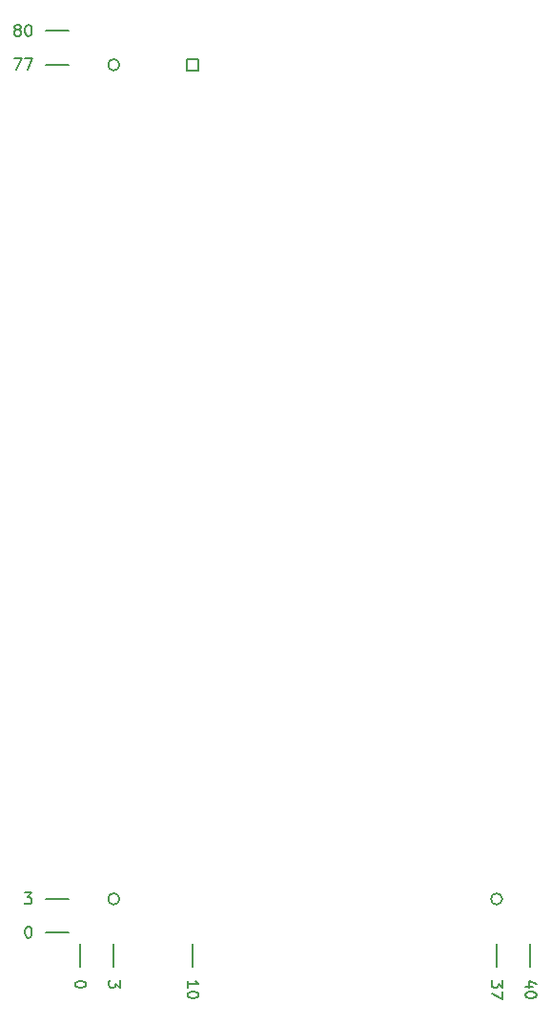
<source format=gbr>
%TF.GenerationSoftware,KiCad,Pcbnew,(5.1.10)-1*%
%TF.CreationDate,2022-01-11T09:06:52+01:00*%
%TF.ProjectId,EspOptoProg,4573704f-7074-46f5-9072-6f672e6b6963,rev?*%
%TF.SameCoordinates,Original*%
%TF.FileFunction,OtherDrawing,Comment*%
%FSLAX46Y46*%
G04 Gerber Fmt 4.6, Leading zero omitted, Abs format (unit mm)*
G04 Created by KiCad (PCBNEW (5.1.10)-1) date 2022-01-11 09:06:52*
%MOMM*%
%LPD*%
G01*
G04 APERTURE LIST*
%ADD10C,0.150000*%
G04 APERTURE END LIST*
D10*
X-5621309Y80119047D02*
X-5716547Y80166666D01*
X-5764166Y80214285D01*
X-5811785Y80309523D01*
X-5811785Y80357142D01*
X-5764166Y80452380D01*
X-5716547Y80500000D01*
X-5621309Y80547619D01*
X-5430833Y80547619D01*
X-5335595Y80500000D01*
X-5287976Y80452380D01*
X-5240357Y80357142D01*
X-5240357Y80309523D01*
X-5287976Y80214285D01*
X-5335595Y80166666D01*
X-5430833Y80119047D01*
X-5621309Y80119047D01*
X-5716547Y80071428D01*
X-5764166Y80023809D01*
X-5811785Y79928571D01*
X-5811785Y79738095D01*
X-5764166Y79642857D01*
X-5716547Y79595238D01*
X-5621309Y79547619D01*
X-5430833Y79547619D01*
X-5335595Y79595238D01*
X-5287976Y79642857D01*
X-5240357Y79738095D01*
X-5240357Y79928571D01*
X-5287976Y80023809D01*
X-5335595Y80071428D01*
X-5430833Y80119047D01*
X-4621309Y80547619D02*
X-4526071Y80547619D01*
X-4430833Y80500000D01*
X-4383214Y80452380D01*
X-4335595Y80357142D01*
X-4287976Y80166666D01*
X-4287976Y79928571D01*
X-4335595Y79738095D01*
X-4383214Y79642857D01*
X-4430833Y79595238D01*
X-4526071Y79547619D01*
X-4621309Y79547619D01*
X-4716547Y79595238D01*
X-4764166Y79642857D01*
X-4811785Y79738095D01*
X-4859404Y79928571D01*
X-4859404Y80166666D01*
X-4811785Y80357142D01*
X-4764166Y80452380D01*
X-4716547Y80500000D01*
X-4621309Y80547619D01*
X-5859404Y77547619D02*
X-5192738Y77547619D01*
X-5621309Y76547619D01*
X-4907023Y77547619D02*
X-4240357Y77547619D01*
X-4668928Y76547619D01*
X-4907023Y3547619D02*
X-4287976Y3547619D01*
X-4621309Y3166666D01*
X-4478452Y3166666D01*
X-4383214Y3119047D01*
X-4335595Y3071428D01*
X-4287976Y2976190D01*
X-4287976Y2738095D01*
X-4335595Y2642857D01*
X-4383214Y2595238D01*
X-4478452Y2547619D01*
X-4764166Y2547619D01*
X-4859404Y2595238D01*
X-4907023Y2642857D01*
X-4621309Y547619D02*
X-4526071Y547619D01*
X-4430833Y500000D01*
X-4383214Y452380D01*
X-4335595Y357142D01*
X-4287976Y166666D01*
X-4287976Y-71428D01*
X-4335595Y-261904D01*
X-4383214Y-357142D01*
X-4430833Y-404761D01*
X-4526071Y-452380D01*
X-4621309Y-452380D01*
X-4716547Y-404761D01*
X-4764166Y-357142D01*
X-4811785Y-261904D01*
X-4859404Y-71428D01*
X-4859404Y166666D01*
X-4811785Y357142D01*
X-4764166Y452380D01*
X-4716547Y500000D01*
X-4621309Y547619D01*
X40214285Y-4764166D02*
X39547619Y-4764166D01*
X40595238Y-4526071D02*
X39880952Y-4287976D01*
X39880952Y-4907023D01*
X40547619Y-5478452D02*
X40547619Y-5573690D01*
X40500000Y-5668928D01*
X40452380Y-5716547D01*
X40357142Y-5764166D01*
X40166666Y-5811785D01*
X39928571Y-5811785D01*
X39738095Y-5764166D01*
X39642857Y-5716547D01*
X39595238Y-5668928D01*
X39547619Y-5573690D01*
X39547619Y-5478452D01*
X39595238Y-5383214D01*
X39642857Y-5335595D01*
X39738095Y-5287976D01*
X39928571Y-5240357D01*
X40166666Y-5240357D01*
X40357142Y-5287976D01*
X40452380Y-5335595D01*
X40500000Y-5383214D01*
X40547619Y-5478452D01*
X37547619Y-4240357D02*
X37547619Y-4859404D01*
X37166666Y-4526071D01*
X37166666Y-4668928D01*
X37119047Y-4764166D01*
X37071428Y-4811785D01*
X36976190Y-4859404D01*
X36738095Y-4859404D01*
X36642857Y-4811785D01*
X36595238Y-4764166D01*
X36547619Y-4668928D01*
X36547619Y-4383214D01*
X36595238Y-4287976D01*
X36642857Y-4240357D01*
X37547619Y-5192738D02*
X37547619Y-5859404D01*
X36547619Y-5430833D01*
X9547619Y-4859404D02*
X9547619Y-4287976D01*
X9547619Y-4573690D02*
X10547619Y-4573690D01*
X10404761Y-4478452D01*
X10309523Y-4383214D01*
X10261904Y-4287976D01*
X10547619Y-5478452D02*
X10547619Y-5573690D01*
X10500000Y-5668928D01*
X10452380Y-5716547D01*
X10357142Y-5764166D01*
X10166666Y-5811785D01*
X9928571Y-5811785D01*
X9738095Y-5764166D01*
X9642857Y-5716547D01*
X9595238Y-5668928D01*
X9547619Y-5573690D01*
X9547619Y-5478452D01*
X9595238Y-5383214D01*
X9642857Y-5335595D01*
X9738095Y-5287976D01*
X9928571Y-5240357D01*
X10166666Y-5240357D01*
X10357142Y-5287976D01*
X10452380Y-5335595D01*
X10500000Y-5383214D01*
X10547619Y-5478452D01*
X3547619Y-4240357D02*
X3547619Y-4859404D01*
X3166666Y-4526071D01*
X3166666Y-4668928D01*
X3119047Y-4764166D01*
X3071428Y-4811785D01*
X2976190Y-4859404D01*
X2738095Y-4859404D01*
X2642857Y-4811785D01*
X2595238Y-4764166D01*
X2547619Y-4668928D01*
X2547619Y-4383214D01*
X2595238Y-4287976D01*
X2642857Y-4240357D01*
X547619Y-4526071D02*
X547619Y-4621309D01*
X500000Y-4716547D01*
X452380Y-4764166D01*
X357142Y-4811785D01*
X166666Y-4859404D01*
X-71428Y-4859404D01*
X-261904Y-4811785D01*
X-357142Y-4764166D01*
X-404761Y-4716547D01*
X-452380Y-4621309D01*
X-452380Y-4526071D01*
X-404761Y-4430833D01*
X-357142Y-4383214D01*
X-261904Y-4335595D01*
X-71428Y-4287976D01*
X166666Y-4287976D01*
X357142Y-4335595D01*
X452380Y-4383214D01*
X500000Y-4430833D01*
X547619Y-4526071D01*
X10000000Y-1000000D02*
X10000000Y-3000000D01*
X-1000000Y80000000D02*
X-3000000Y80000000D01*
X-1000000Y77000000D02*
X-3000000Y77000000D01*
X-1000000Y3000000D02*
X-3000000Y3000000D01*
X-1000000Y0D02*
X-3000000Y0D01*
X40000000Y-1000000D02*
X40000000Y-3000000D01*
X37000000Y-1000000D02*
X37000000Y-3000000D01*
X0Y-1000000D02*
X0Y-3000000D01*
X3000000Y-1000000D02*
X3000000Y-3000000D01*
X9500000Y76500000D02*
X9500000Y77500000D01*
X10500000Y76500000D02*
X9500000Y76500000D01*
X10500000Y77500000D02*
X10500000Y76500000D01*
X9500000Y77500000D02*
X10500000Y77500000D01*
X37500000Y3000000D02*
G75*
G03*
X37500000Y3000000I-500000J0D01*
G01*
X3500000Y3000000D02*
G75*
G03*
X3500000Y3000000I-500000J0D01*
G01*
X3500000Y77000000D02*
G75*
G03*
X3500000Y77000000I-500000J0D01*
G01*
M02*

</source>
